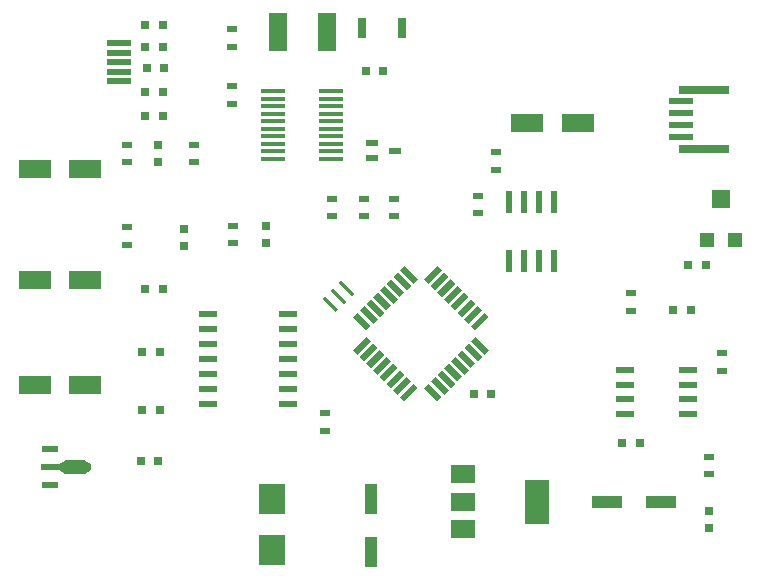
<source format=gtp>
G04 #@! TF.FileFunction,Paste,Top*
%FSLAX46Y46*%
G04 Gerber Fmt 4.6, Leading zero omitted, Abs format (unit mm)*
G04 Created by KiCad (PCBNEW (2015-01-06 BZR 5261)-product) date Thursday, April 09, 2015 'PMt' 11:27:51 PM*
%MOMM*%
G01*
G04 APERTURE LIST*
%ADD10C,0.152400*%
%ADD11R,0.800000X1.700000*%
%ADD12R,0.750000X0.800000*%
%ADD13R,0.900000X0.500000*%
%ADD14R,2.032000X0.406400*%
%ADD15R,2.800000X1.600000*%
%ADD16R,1.500000X3.200000*%
%ADD17R,2.650000X1.000000*%
%ADD18R,2.000000X1.500000*%
%ADD19R,2.000000X3.800000*%
%ADD20R,1.000000X2.650000*%
%ADD21R,2.300000X2.500000*%
%ADD22R,0.800000X0.750000*%
%ADD23R,2.000000X0.500000*%
%ADD24R,2.000000X0.600000*%
%ADD25R,4.200000X0.700000*%
%ADD26R,1.600000X1.500000*%
%ADD27R,1.200000X1.200000*%
%ADD28R,1.400000X0.480000*%
%ADD29R,1.550000X0.560000*%
%ADD30R,1.800000X1.200000*%
%ADD31R,1.600000X0.600000*%
%ADD32R,1.500000X0.500000*%
%ADD33R,0.570000X1.970000*%
%ADD34R,1.000760X0.599440*%
G04 APERTURE END LIST*
D10*
D11*
X164514000Y-88265000D03*
X161114000Y-88265000D03*
D12*
X146050000Y-106795000D03*
X146050000Y-105295000D03*
D13*
X141224000Y-105168000D03*
X141224000Y-106668000D03*
D12*
X143891000Y-98183000D03*
X143891000Y-99683000D03*
D14*
X153631900Y-96202500D03*
X153631900Y-95567500D03*
X153631900Y-94932500D03*
X153631900Y-94297500D03*
X153631900Y-93662500D03*
X153631900Y-96837500D03*
X153631900Y-97472500D03*
X153631900Y-98107500D03*
X153631900Y-98742500D03*
X153631900Y-99377500D03*
X158534100Y-99377500D03*
X158534100Y-98742500D03*
X158534100Y-98107500D03*
X158534100Y-97472500D03*
X158534100Y-96837500D03*
X158534100Y-96202500D03*
X158534100Y-95567500D03*
X158534100Y-94932500D03*
X158534100Y-94297500D03*
X158534100Y-93662500D03*
D15*
X179392000Y-96366000D03*
X175092000Y-96366000D03*
X133409000Y-118518000D03*
X137709000Y-118518000D03*
X133409000Y-109628000D03*
X137709000Y-109628000D03*
D16*
X153983000Y-88646000D03*
X158183000Y-88646000D03*
D12*
X190500000Y-129171000D03*
X190500000Y-130671000D03*
X153035000Y-105041000D03*
X153035000Y-106541000D03*
D17*
X181875000Y-128397000D03*
X186425000Y-128397000D03*
D10*
G36*
X158671381Y-110326249D02*
X159802751Y-111457619D01*
X159590619Y-111669751D01*
X158459249Y-110538381D01*
X158671381Y-110326249D01*
X158671381Y-110326249D01*
G37*
G36*
X159343132Y-109654498D02*
X160474502Y-110785868D01*
X160262370Y-110998000D01*
X159131000Y-109866630D01*
X159343132Y-109654498D01*
X159343132Y-109654498D01*
G37*
G36*
X157999630Y-110998000D02*
X159131000Y-112129370D01*
X158918868Y-112341502D01*
X157787498Y-111210132D01*
X157999630Y-110998000D01*
X157999630Y-110998000D01*
G37*
D18*
X169672000Y-126097000D03*
X169672000Y-128397000D03*
X169672000Y-130697000D03*
D19*
X175972000Y-128397000D03*
D20*
X161925000Y-132704000D03*
X161925000Y-128154000D03*
D15*
X133409000Y-100230000D03*
X137709000Y-100230000D03*
D21*
X153543000Y-132461000D03*
X153543000Y-128152000D03*
D22*
X142379000Y-124968000D03*
X143879000Y-124968000D03*
X142506000Y-120650000D03*
X144006000Y-120650000D03*
X142506000Y-115697000D03*
X144006000Y-115697000D03*
X142760000Y-110363000D03*
X144260000Y-110363000D03*
X188964000Y-112141000D03*
X187464000Y-112141000D03*
X190234000Y-108331000D03*
X188734000Y-108331000D03*
X183146000Y-123444000D03*
X184646000Y-123444000D03*
X170573000Y-119253000D03*
X172073000Y-119253000D03*
X142760000Y-88011000D03*
X144260000Y-88011000D03*
X142760000Y-89916000D03*
X144260000Y-89916000D03*
X142887000Y-91694000D03*
X144387000Y-91694000D03*
X142760000Y-93726000D03*
X144260000Y-93726000D03*
X144260000Y-95758000D03*
X142760000Y-95758000D03*
D23*
X140573000Y-91186000D03*
X140573000Y-90386000D03*
X140573000Y-89586000D03*
X140573000Y-91986000D03*
X140573000Y-92786000D03*
D24*
X188103000Y-96512000D03*
X188103000Y-97512000D03*
X188103000Y-95512000D03*
X188103000Y-94512000D03*
D25*
X190103000Y-98512000D03*
X190103000Y-93512000D03*
D13*
X172466000Y-98818000D03*
X172466000Y-100318000D03*
X183896000Y-110756000D03*
X183896000Y-112256000D03*
X191643000Y-115836000D03*
X191643000Y-117336000D03*
X157988000Y-122416000D03*
X157988000Y-120916000D03*
X190500000Y-124599000D03*
X190500000Y-126099000D03*
X150241000Y-105041000D03*
X150241000Y-106541000D03*
X150114000Y-89904000D03*
X150114000Y-88404000D03*
X150114000Y-94730000D03*
X150114000Y-93230000D03*
X146939000Y-98183000D03*
X146939000Y-99683000D03*
X158623000Y-102755000D03*
X158623000Y-104255000D03*
X161290000Y-102755000D03*
X161290000Y-104255000D03*
X163830000Y-104255000D03*
X163830000Y-102755000D03*
X141224000Y-98183000D03*
X141224000Y-99683000D03*
D26*
X191516000Y-102817000D03*
D27*
X190316000Y-106267000D03*
X192716000Y-106267000D03*
D28*
X134673340Y-123974860D03*
D29*
X134725000Y-125476000D03*
D28*
X134673340Y-126977140D03*
D30*
X136825000Y-125476000D03*
D10*
G36*
X135975000Y-126026000D02*
X135475000Y-125726000D01*
X135475000Y-125226000D01*
X135975000Y-124926000D01*
X135975000Y-126026000D01*
X135975000Y-126026000D01*
G37*
G36*
X137675000Y-124926000D02*
X138175000Y-125226000D01*
X138175000Y-125726000D01*
X137675000Y-126026000D01*
X137675000Y-124926000D01*
X137675000Y-124926000D01*
G37*
D31*
X188755000Y-117251000D03*
X183355000Y-117251000D03*
X188755000Y-118501000D03*
X188755000Y-119751000D03*
X188755000Y-121001000D03*
X183355000Y-118501000D03*
X183355000Y-119751000D03*
X183355000Y-121001000D03*
D32*
X148096000Y-112532000D03*
X148096000Y-113802000D03*
X148096000Y-115072000D03*
X148096000Y-116342000D03*
X148096000Y-117612000D03*
X148096000Y-118882000D03*
X148096000Y-120152000D03*
X154846000Y-120152000D03*
X154846000Y-118882000D03*
X154846000Y-117612000D03*
X154846000Y-116342000D03*
X154846000Y-115072000D03*
X154846000Y-113802000D03*
X154846000Y-112532000D03*
D33*
X173609000Y-103062000D03*
X174879000Y-103062000D03*
X176149000Y-103062000D03*
X177419000Y-103062000D03*
X173609000Y-108012000D03*
X174879000Y-108012000D03*
X176149000Y-108012000D03*
X177419000Y-108012000D03*
D10*
G36*
X164330555Y-108816666D02*
X164719464Y-108427757D01*
X165850835Y-109559128D01*
X165461926Y-109948037D01*
X164330555Y-108816666D01*
X164330555Y-108816666D01*
G37*
G36*
X163764870Y-109382352D02*
X164153779Y-108993443D01*
X165285150Y-110124814D01*
X164896241Y-110513723D01*
X163764870Y-109382352D01*
X163764870Y-109382352D01*
G37*
G36*
X163199184Y-109948037D02*
X163588093Y-109559128D01*
X164719464Y-110690499D01*
X164330555Y-111079408D01*
X163199184Y-109948037D01*
X163199184Y-109948037D01*
G37*
G36*
X162633499Y-110513722D02*
X163022408Y-110124813D01*
X164153779Y-111256184D01*
X163764870Y-111645093D01*
X162633499Y-110513722D01*
X162633499Y-110513722D01*
G37*
G36*
X162067813Y-111079408D02*
X162456722Y-110690499D01*
X163588093Y-111821870D01*
X163199184Y-112210779D01*
X162067813Y-111079408D01*
X162067813Y-111079408D01*
G37*
G36*
X161502128Y-111645093D02*
X161891037Y-111256184D01*
X163022408Y-112387555D01*
X162633499Y-112776464D01*
X161502128Y-111645093D01*
X161502128Y-111645093D01*
G37*
G36*
X160936443Y-112210779D02*
X161325352Y-111821870D01*
X162456723Y-112953241D01*
X162067814Y-113342150D01*
X160936443Y-112210779D01*
X160936443Y-112210779D01*
G37*
G36*
X160370757Y-112776464D02*
X160759666Y-112387555D01*
X161891037Y-113518926D01*
X161502128Y-113907835D01*
X160370757Y-112776464D01*
X160370757Y-112776464D01*
G37*
G36*
X160759666Y-115958445D02*
X160370757Y-115569536D01*
X161502128Y-114438165D01*
X161891037Y-114827074D01*
X160759666Y-115958445D01*
X160759666Y-115958445D01*
G37*
G36*
X161325352Y-116524130D02*
X160936443Y-116135221D01*
X162067814Y-115003850D01*
X162456723Y-115392759D01*
X161325352Y-116524130D01*
X161325352Y-116524130D01*
G37*
G36*
X161891037Y-117089816D02*
X161502128Y-116700907D01*
X162633499Y-115569536D01*
X163022408Y-115958445D01*
X161891037Y-117089816D01*
X161891037Y-117089816D01*
G37*
G36*
X162456722Y-117655501D02*
X162067813Y-117266592D01*
X163199184Y-116135221D01*
X163588093Y-116524130D01*
X162456722Y-117655501D01*
X162456722Y-117655501D01*
G37*
G36*
X163022408Y-118221187D02*
X162633499Y-117832278D01*
X163764870Y-116700907D01*
X164153779Y-117089816D01*
X163022408Y-118221187D01*
X163022408Y-118221187D01*
G37*
G36*
X163588093Y-118786872D02*
X163199184Y-118397963D01*
X164330555Y-117266592D01*
X164719464Y-117655501D01*
X163588093Y-118786872D01*
X163588093Y-118786872D01*
G37*
G36*
X164153779Y-119352557D02*
X163764870Y-118963648D01*
X164896241Y-117832277D01*
X165285150Y-118221186D01*
X164153779Y-119352557D01*
X164153779Y-119352557D01*
G37*
G36*
X164719464Y-119918243D02*
X164330555Y-119529334D01*
X165461926Y-118397963D01*
X165850835Y-118786872D01*
X164719464Y-119918243D01*
X164719464Y-119918243D01*
G37*
G36*
X166381165Y-118786872D02*
X166770074Y-118397963D01*
X167901445Y-119529334D01*
X167512536Y-119918243D01*
X166381165Y-118786872D01*
X166381165Y-118786872D01*
G37*
G36*
X166946850Y-118221186D02*
X167335759Y-117832277D01*
X168467130Y-118963648D01*
X168078221Y-119352557D01*
X166946850Y-118221186D01*
X166946850Y-118221186D01*
G37*
G36*
X167512536Y-117655501D02*
X167901445Y-117266592D01*
X169032816Y-118397963D01*
X168643907Y-118786872D01*
X167512536Y-117655501D01*
X167512536Y-117655501D01*
G37*
G36*
X168078221Y-117089816D02*
X168467130Y-116700907D01*
X169598501Y-117832278D01*
X169209592Y-118221187D01*
X168078221Y-117089816D01*
X168078221Y-117089816D01*
G37*
G36*
X168643907Y-116524130D02*
X169032816Y-116135221D01*
X170164187Y-117266592D01*
X169775278Y-117655501D01*
X168643907Y-116524130D01*
X168643907Y-116524130D01*
G37*
G36*
X169209592Y-115958445D02*
X169598501Y-115569536D01*
X170729872Y-116700907D01*
X170340963Y-117089816D01*
X169209592Y-115958445D01*
X169209592Y-115958445D01*
G37*
G36*
X169775277Y-115392759D02*
X170164186Y-115003850D01*
X171295557Y-116135221D01*
X170906648Y-116524130D01*
X169775277Y-115392759D01*
X169775277Y-115392759D01*
G37*
G36*
X170340963Y-114827074D02*
X170729872Y-114438165D01*
X171861243Y-115569536D01*
X171472334Y-115958445D01*
X170340963Y-114827074D01*
X170340963Y-114827074D01*
G37*
G36*
X170729872Y-113907835D02*
X170340963Y-113518926D01*
X171472334Y-112387555D01*
X171861243Y-112776464D01*
X170729872Y-113907835D01*
X170729872Y-113907835D01*
G37*
G36*
X170164186Y-113342150D02*
X169775277Y-112953241D01*
X170906648Y-111821870D01*
X171295557Y-112210779D01*
X170164186Y-113342150D01*
X170164186Y-113342150D01*
G37*
G36*
X169598501Y-112776464D02*
X169209592Y-112387555D01*
X170340963Y-111256184D01*
X170729872Y-111645093D01*
X169598501Y-112776464D01*
X169598501Y-112776464D01*
G37*
G36*
X169032816Y-112210779D02*
X168643907Y-111821870D01*
X169775278Y-110690499D01*
X170164187Y-111079408D01*
X169032816Y-112210779D01*
X169032816Y-112210779D01*
G37*
G36*
X168467130Y-111645093D02*
X168078221Y-111256184D01*
X169209592Y-110124813D01*
X169598501Y-110513722D01*
X168467130Y-111645093D01*
X168467130Y-111645093D01*
G37*
G36*
X167901445Y-111079408D02*
X167512536Y-110690499D01*
X168643907Y-109559128D01*
X169032816Y-109948037D01*
X167901445Y-111079408D01*
X167901445Y-111079408D01*
G37*
G36*
X167335759Y-110513723D02*
X166946850Y-110124814D01*
X168078221Y-108993443D01*
X168467130Y-109382352D01*
X167335759Y-110513723D01*
X167335759Y-110513723D01*
G37*
G36*
X166770074Y-109948037D02*
X166381165Y-109559128D01*
X167512536Y-108427757D01*
X167901445Y-108816666D01*
X166770074Y-109948037D01*
X166770074Y-109948037D01*
G37*
D34*
X161991040Y-99329240D03*
X161991040Y-98028760D03*
X163890960Y-98679000D03*
D13*
X170942000Y-104001000D03*
X170942000Y-102501000D03*
D22*
X161429000Y-91948000D03*
X162929000Y-91948000D03*
M02*

</source>
